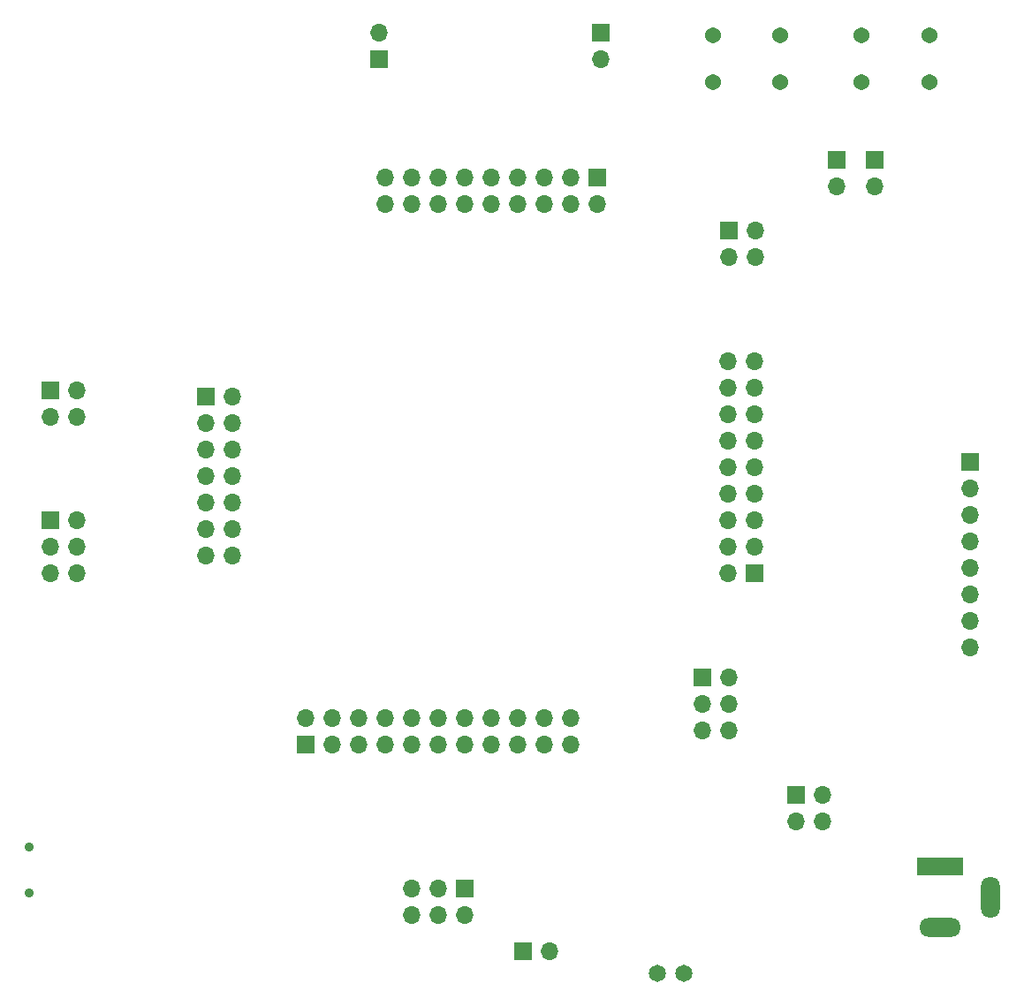
<source format=gbs>
G04 #@! TF.GenerationSoftware,KiCad,Pcbnew,(5.1.8)-1*
G04 #@! TF.CreationDate,2021-10-18T22:38:58-06:00*
G04 #@! TF.ProjectId,SAMduino,53414d64-7569-46e6-9f2e-6b696361645f,rev?*
G04 #@! TF.SameCoordinates,Original*
G04 #@! TF.FileFunction,Soldermask,Bot*
G04 #@! TF.FilePolarity,Negative*
%FSLAX46Y46*%
G04 Gerber Fmt 4.6, Leading zero omitted, Abs format (unit mm)*
G04 Created by KiCad (PCBNEW (5.1.8)-1) date 2021-10-18 22:38:58*
%MOMM*%
%LPD*%
G01*
G04 APERTURE LIST*
%ADD10C,1.540000*%
%ADD11O,1.700000X1.700000*%
%ADD12R,1.700000X1.700000*%
%ADD13C,1.650000*%
%ADD14C,0.900000*%
%ADD15R,4.400000X1.800000*%
%ADD16O,4.000000X1.800000*%
%ADD17O,1.800000X4.000000*%
G04 APERTURE END LIST*
D10*
X104250000Y-57250000D03*
X110750000Y-57250000D03*
X104250000Y-61750000D03*
X110750000Y-61750000D03*
X118550000Y-57250000D03*
X125050000Y-57250000D03*
X118550000Y-61750000D03*
X125050000Y-61750000D03*
D11*
X128950000Y-115880000D03*
X128950000Y-113340000D03*
X128950000Y-110800000D03*
X128950000Y-108260000D03*
X128950000Y-105720000D03*
X128950000Y-103180000D03*
X128950000Y-100640000D03*
D12*
X128950000Y-98100000D03*
D11*
X105790000Y-123830000D03*
X103250000Y-123830000D03*
X105790000Y-121290000D03*
X103250000Y-121290000D03*
X105790000Y-118750000D03*
D12*
X103250000Y-118750000D03*
D11*
X43290000Y-93790000D03*
X40750000Y-93790000D03*
X43290000Y-91250000D03*
D12*
X40750000Y-91250000D03*
D11*
X75420000Y-141540000D03*
X75420000Y-139000000D03*
X77960000Y-141540000D03*
X77960000Y-139000000D03*
X80500000Y-141540000D03*
D12*
X80500000Y-139000000D03*
D11*
X119800000Y-71690000D03*
D12*
X119800000Y-69150000D03*
D11*
X43290000Y-108790000D03*
X40750000Y-108790000D03*
X43290000Y-106250000D03*
X40750000Y-106250000D03*
X43290000Y-103710000D03*
D12*
X40750000Y-103710000D03*
D11*
X108390000Y-78490000D03*
X105850000Y-78490000D03*
X108390000Y-75950000D03*
D12*
X105850000Y-75950000D03*
D11*
X116150000Y-71690000D03*
D12*
X116150000Y-69150000D03*
D11*
X72900000Y-73390000D03*
X72900000Y-70850000D03*
X75440000Y-73390000D03*
X75440000Y-70850000D03*
X77980000Y-73390000D03*
X77980000Y-70850000D03*
X80520000Y-73390000D03*
X80520000Y-70850000D03*
X83060000Y-73390000D03*
X83060000Y-70850000D03*
X85600000Y-73390000D03*
X85600000Y-70850000D03*
X88140000Y-73390000D03*
X88140000Y-70850000D03*
X90680000Y-73390000D03*
X90680000Y-70850000D03*
X93220000Y-73390000D03*
D12*
X93220000Y-70850000D03*
D11*
X105710000Y-88430000D03*
X108250000Y-88430000D03*
X105710000Y-90970000D03*
X108250000Y-90970000D03*
X105710000Y-93510000D03*
X108250000Y-93510000D03*
X105710000Y-96050000D03*
X108250000Y-96050000D03*
X105710000Y-98590000D03*
X108250000Y-98590000D03*
X105710000Y-101130000D03*
X108250000Y-101130000D03*
X105710000Y-103670000D03*
X108250000Y-103670000D03*
X105710000Y-106210000D03*
X108250000Y-106210000D03*
X105710000Y-108750000D03*
D12*
X108250000Y-108750000D03*
D11*
X90700000Y-122710000D03*
X90700000Y-125250000D03*
X88160000Y-122710000D03*
X88160000Y-125250000D03*
X85620000Y-122710000D03*
X85620000Y-125250000D03*
X83080000Y-122710000D03*
X83080000Y-125250000D03*
X80540000Y-122710000D03*
X80540000Y-125250000D03*
X78000000Y-122710000D03*
X78000000Y-125250000D03*
X75460000Y-122710000D03*
X75460000Y-125250000D03*
X72920000Y-122710000D03*
X72920000Y-125250000D03*
X70380000Y-122710000D03*
X70380000Y-125250000D03*
X67840000Y-122710000D03*
X67840000Y-125250000D03*
X65300000Y-122710000D03*
D12*
X65300000Y-125250000D03*
D11*
X58250000Y-107120000D03*
X55710000Y-107120000D03*
X58250000Y-104580000D03*
X55710000Y-104580000D03*
X58250000Y-102040000D03*
X55710000Y-102040000D03*
X58250000Y-99500000D03*
X55710000Y-99500000D03*
X58250000Y-96960000D03*
X55710000Y-96960000D03*
X58250000Y-94420000D03*
X55710000Y-94420000D03*
X58250000Y-91880000D03*
D12*
X55710000Y-91880000D03*
D11*
X93500000Y-59540000D03*
D12*
X93500000Y-57000000D03*
D11*
X72250000Y-56960000D03*
D12*
X72250000Y-59500000D03*
D13*
X101520000Y-147150000D03*
X98980000Y-147150000D03*
D11*
X88640000Y-145000000D03*
D12*
X86100000Y-145000000D03*
D14*
X38750000Y-139450000D03*
X38750000Y-135050000D03*
D11*
X114790000Y-132590000D03*
X112250000Y-132590000D03*
X114790000Y-130050000D03*
D12*
X112250000Y-130050000D03*
D15*
X126050000Y-136900000D03*
D16*
X126050000Y-142700000D03*
D17*
X130850000Y-139900000D03*
M02*

</source>
